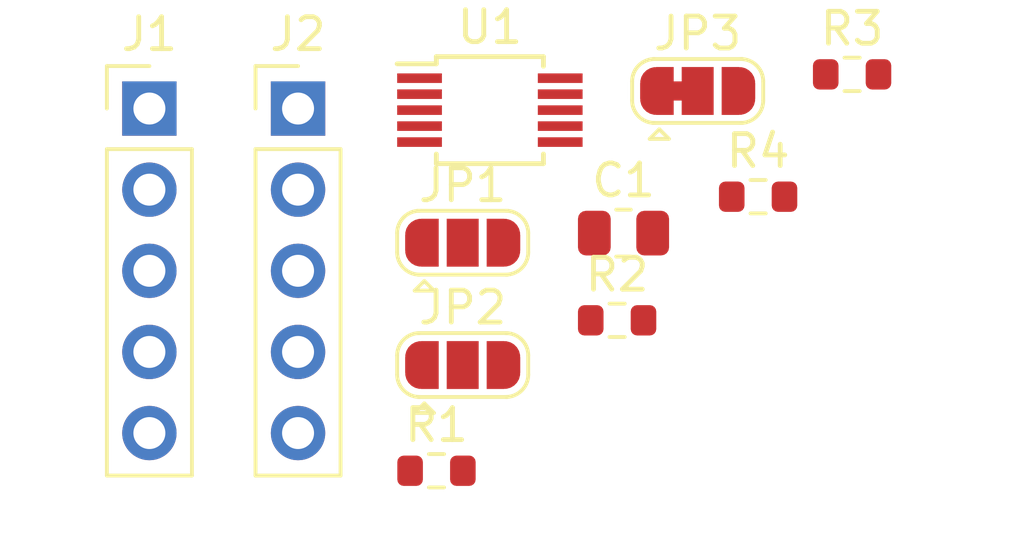
<source format=kicad_pcb>
(kicad_pcb (version 20211014) (generator pcbnew)
  (layers (0 "F.Cu" signal) (31 "B.Cu" signal) (34 "B.Paste" user) (35 "F.Paste" user) (36 "B.SilkS" user "B.Silkscreen") (37 "F.SilkS" user "F.Silkscreen") (38 "B.Mask" user) (39 "F.Mask" user) (44 "Edge.Cuts" user))
  (net 0 "")
  (net 1 "+3V3")
  (net 2 "GND")
  (net 3 "Net-(R1-Pad1)")
  (net 4 "SCL")
  (net 5 "Net-(R2-Pad1)")
  (net 6 "SDA")
  (net 7 "Net-(JP2-Pad1)")
  (net 9 "Net-(U1-Pad1)")
  (net 10 "Net-(U1-Pad2)")
  (net 11 "Net-(U1-Pad3)")
  (net 12 "Net-(U1-Pad6)")
  (net 13 "ADD")
  (footprint "Resistor_SMD:R_0805_2012Metric" (layer "F.Cu") (at 152.951401 100.009801)
    (fp_text reference "C1" (at 0 -1.65) (layer "F.SilkS"))
    (fp_text value "0.1uF")
    (fp_line (start -0.227064 -0.735) (end 0.227064 -0.735) (layer "F.SilkS") (width 0.12))
    (fp_line (start -0.227064 0.735) (end 0.227064 0.735) (layer "F.SilkS") (width 0.12))
    (pad "1" smd roundrect locked (at -0.9125 0) (size 1.025 1.4) (layers "F.Cu" "F.Paste" "F.Mask") (roundrect_rratio 0.243902) (net 1 "+3V3"))
    (pad "2" smd roundrect locked (at 0.9125 0) (size 1.025 1.4) (layers "F.Cu" "F.Paste" "F.Mask") (roundrect_rratio 0.243902) (net 2 "GND"))
  )
  (footprint "Connector_PinHeader_2.54mm:PinHeader_1x05_P2.54mm_Vertical" (layer "F.Cu") (at 138.121401 96.109801)
    (fp_text reference "J1" (at 0 -2.33) (layer "F.SilkS"))
    (fp_text value "Conn_01x05")
    (fp_line (start -1.33 1.27) (end 1.33 1.27) (layer "F.SilkS") (width 0.12))
    (fp_line (start -1.33 11.49) (end 1.33 11.49) (layer "F.SilkS") (width 0.12))
    (fp_line (start -1.33 1.27) (end -1.33 11.49) (layer "F.SilkS") (width 0.12))
    (fp_line (start -1.33 -1.33) (end 0 -1.33) (layer "F.SilkS") (width 0.12))
    (fp_line (start 1.33 1.27) (end 1.33 11.49) (layer "F.SilkS") (width 0.12))
    (fp_line (start -1.33 0) (end -1.33 -1.33) (layer "F.SilkS") (width 0.12))
    (pad "1" thru_hole rect locked (at 0 0) (size 1.7 1.7) (drill 1) (layers *.Cu *.Mask) (net 9 "Net-(U1-Pad1)"))
    (pad "2" thru_hole oval locked (at 0 2.54) (size 1.7 1.7) (drill 1) (layers *.Cu *.Mask) (net 10 "Net-(U1-Pad2)"))
    (pad "3" thru_hole oval locked (at 0 5.08) (size 1.7 1.7) (drill 1) (layers *.Cu *.Mask) (net 11 "Net-(U1-Pad3)"))
    (pad "4" thru_hole oval locked (at 0 7.62) (size 1.7 1.7) (drill 1) (layers *.Cu *.Mask))
    (pad "5" thru_hole oval locked (at 0 10.16) (size 1.7 1.7) (drill 1) (layers *.Cu *.Mask) (net 2 "GND"))
  )
  (footprint "Connector_PinHeader_2.54mm:PinHeader_1x05_P2.54mm_Vertical" (layer "F.Cu") (at 142.771401 96.109801)
    (fp_text reference "J2" (at 0 -2.33) (layer "F.SilkS"))
    (fp_text value "Conn_01x05")
    (fp_line (start -1.33 0) (end -1.33 -1.33) (layer "F.SilkS") (width 0.12))
    (fp_line (start -1.33 1.27) (end -1.33 11.49) (layer "F.SilkS") (width 0.12))
    (fp_line (start -1.33 1.27) (end 1.33 1.27) (layer "F.SilkS") (width 0.12))
    (fp_line (start 1.33 1.27) (end 1.33 11.49) (layer "F.SilkS") (width 0.12))
    (fp_line (start -1.33 11.49) (end 1.33 11.49) (layer "F.SilkS") (width 0.12))
    (fp_line (start -1.33 -1.33) (end 0 -1.33) (layer "F.SilkS") (width 0.12))
    (pad "1" thru_hole rect locked (at 0 0) (size 1.7 1.7) (drill 1) (layers *.Cu *.Mask) (net 12 "Net-(U1-Pad6)"))
    (pad "2" thru_hole oval locked (at 0 2.54) (size 1.7 1.7) (drill 1) (layers *.Cu *.Mask) (net 13 "ADD"))
    (pad "3" thru_hole oval locked (at 0 5.08) (size 1.7 1.7) (drill 1) (layers *.Cu *.Mask) (net 6 "SDA"))
    (pad "4" thru_hole oval locked (at 0 7.62) (size 1.7 1.7) (drill 1) (layers *.Cu *.Mask) (net 4 "SCL"))
    (pad "5" thru_hole oval locked (at 0 10.16) (size 1.7 1.7) (drill 1) (layers *.Cu *.Mask) (net 1 "+3V3"))
  )
  (footprint "Jumper:SolderJumper-3_P1.3mm_Open_RoundedPad1.0x1.5mm" (layer "F.Cu") (at 147.921401 100.309801)
    (fp_text reference "JP1" (at 0 -1.8) (layer "F.SilkS"))
    (fp_text value "SolderJumper_3_Open")
    (fp_line (start -1.2 1.2) (end -1.5 1.5) (layer "F.SilkS") (width 0.12))
    (fp_line (start -1.4 -1) (end 1.4 -1) (layer "F.SilkS") (width 0.12))
    (fp_line (start -2.05 0.3) (end -2.05 -0.3) (layer "F.SilkS") (width 0.12))
    (fp_line (start -1.5 1.5) (end -0.9 1.5) (layer "F.SilkS") (width 0.12))
    (fp_line (start -1.2 1.2) (end -0.9 1.5) (layer "F.SilkS") (width 0.12))
    (fp_line (start 2.05 -0.3) (end 2.05 0.3) (layer "F.SilkS") (width 0.12))
    (fp_line (start 1.4 1) (end -1.4 1) (layer "F.SilkS") (width 0.12))
    (fp_arc (start -1.35 1) (mid -1.844975 0.794975) (end -2.05 0.3) (layer "F.SilkS") (width 0.12))
    (fp_arc (start 1.35 -1) (mid 1.844975 -0.794975) (end 2.05 -0.3) (layer "F.SilkS") (width 0.12))
    (fp_arc (start 2.05 0.3) (mid 1.844975 0.794975) (end 1.35 1) (layer "F.SilkS") (width 0.12))
    (fp_arc (start -2.05 -0.3) (mid -1.844975 -0.794975) (end -1.35 -1) (layer "F.SilkS") (width 0.12))
    (pad "1" smd custom locked (at -1.3 0) (size 1 0.5) (layers "F.Cu" "F.Mask") (net 5 "Net-(R2-Pad1)") (options (clearance outline) (anchor rect)) (primitives (gr_circle (center 0 0.25) (end 0.5 0.25) (width 0) (fill yes)) (gr_circle (center 0 -0.25) (end 0.5 -0.25) (width 0) (fill yes)) (gr_poly (pts (xy 0.55 -0.75) (xy 0 -0.75) (xy 0 0.75) (xy 0.55 0.75)) (width 0) (fill yes))))
    (pad "2" smd rect locked (at 0 0) (size 1 1.5) (layers "F.Cu" "F.Mask") (net 1 "+3V3"))
    (pad "3" smd custom locked (at 1.3 0) (size 1 0.5) (layers "F.Cu" "F.Mask") (net 3 "Net-(R1-Pad1)") (options (clearance outline) (anchor rect)) (primitives (gr_circle (center 0 0.25) (end 0.5 0.25) (width 0) (fill yes)) (gr_circle (center 0 -0.25) (end 0.5 -0.25) (width 0) (fill yes)) (gr_poly (pts (xy -0.55 -0.75) (xy 0 -0.75) (xy 0 0.75) (xy -0.55 0.75)) (width 0) (fill yes))))
  )
  (footprint "Jumper:SolderJumper-3_P1.3mm_Open_RoundedPad1.0x1.5mm" (layer "F.Cu") (at 147.921401 104.139801)
    (fp_text reference "JP2" (at 0 -1.8) (layer "F.SilkS"))
    (fp_text value "SolderJumper_3_Open")
    (fp_line (start -2.05 0.3) (end -2.05 -0.3) (layer "F.SilkS") (width 0.12))
    (fp_line (start -1.2 1.2) (end -1.5 1.5) (layer "F.SilkS") (width 0.12))
    (fp_line (start 1.4 1) (end -1.4 1) (layer "F.SilkS") (width 0.12))
    (fp_line (start 2.05 -0.3) (end 2.05 0.3) (layer "F.SilkS") (width 0.12))
    (fp_line (start -1.2 1.2) (end -0.9 1.5) (layer "F.SilkS") (width 0.12))
    (fp_line (start -1.5 1.5) (end -0.9 1.5) (layer "F.SilkS") (width 0.12))
    (fp_line (start -1.4 -1) (end 1.4 -1) (layer "F.SilkS") (width 0.12))
    (fp_arc (start -1.35 1) (mid -1.844975 0.794975) (end -2.05 0.3) (layer "F.SilkS") (width 0.12))
    (fp_arc (start 2.05 0.3) (mid 1.844975 0.794975) (end 1.35 1) (layer "F.SilkS") (width 0.12))
    (fp_arc (start 1.35 -1) (mid 1.844975 -0.794975) (end 2.05 -0.3) (layer "F.SilkS") (width 0.12))
    (fp_arc (start -2.05 -0.3) (mid -1.844975 -0.794975) (end -1.35 -1) (layer "F.SilkS") (width 0.12))
    (pad "1" smd custom locked (at -1.3 0) (size 1 0.5) (layers "F.Cu" "F.Mask") (net 7 "Net-(JP2-Pad1)") (options (clearance outline) (anchor rect)) (primitives (gr_circle (center 0 0.25) (end 0.5 0.25) (width 0) (fill yes)) (gr_circle (center 0 -0.25) (end 0.5 -0.25) (width 0) (fill yes)) (gr_poly (pts (xy 0.55 -0.75) (xy 0 -0.75) (xy 0 0.75) (xy 0.55 0.75)) (width 0) (fill yes))))
    (pad "2" smd rect locked (at 0 0) (size 1 1.5) (layers "F.Cu" "F.Mask") (net 13 "ADD"))
    (pad "3" smd custom locked (at 1.3 0) (size 1 0.5) (layers "F.Cu" "F.Mask") (net 4 "SCL") (options (clearance outline) (anchor rect)) (primitives (gr_circle (center 0 0.25) (end 0.5 0.25) (width 0) (fill yes)) (gr_circle (center 0 -0.25) (end 0.5 -0.25) (width 0) (fill yes)) (gr_poly (pts (xy -0.55 -0.75) (xy 0 -0.75) (xy 0 0.75) (xy -0.55 0.75)) (width 0) (fill yes))))
  )
  (footprint "Jumper:SolderJumper-3_P1.3mm_Bridged12_RoundedPad1.0x1.5mm" (layer "F.Cu") (at 155.271401 95.559801)
    (fp_text reference "JP3" (at 0 -1.8) (layer "F.SilkS"))
    (fp_text value "SolderJumper_3_Bridged12")
    (fp_poly (pts (xy -0.9 -0.3) (xy -0.4 -0.3) (xy -0.4 0.3) (xy -0.9 0.3)) (layer "F.Cu") (width 0) (fill solid))
    (fp_line (start -2.05 0.3) (end -2.05 -0.3) (layer "F.SilkS") (width 0.12))
    (fp_line (start 1.4 1) (end -1.4 1) (layer "F.SilkS") (width 0.12))
    (fp_line (start -1.2 1.2) (end -0.9 1.5) (layer "F.SilkS") (width 0.12))
    (fp_line (start -1.5 1.5) (end -0.9 1.5) (layer "F.SilkS") (width 0.12))
    (fp_line (start -1.2 1.2) (end -1.5 1.5) (layer "F.SilkS") (width 0.12))
    (fp_line (start 2.05 -0.3) (end 2.05 0.3) (layer "F.SilkS") (width 0.12))
    (fp_line (start -1.4 -1) (end 1.4 -1) (layer "F.SilkS") (width 0.12))
    (fp_arc (start 1.35 -1) (mid 1.844975 -0.794975) (end 2.05 -0.3) (layer "F.SilkS") (width 0.12))
    (fp_arc (start -1.35 1) (mid -1.844975 0.794975) (end -2.05 0.3) (layer "F.SilkS") (width 0.12))
    (fp_arc (start 2.05 0.3) (mid 1.844975 0.794975) (end 1.35 1) (layer "F.SilkS") (width 0.12))
    (fp_arc (start -2.05 -0.3) (mid -1.844975 -0.794975) (end -1.35 -1) (layer "F.SilkS") (width 0.12))
    (pad "1" smd custom locked (at -1.3 0) (size 1 0.5) (layers "F.Cu" "F.Mask") (net 6 "SDA") (options (clearance outline) (anchor rect)) (primitives (gr_circle (center 0 0.25) (end 0.5 0.25) (width 0) (fill yes)) (gr_circle (center 0 -0.25) (end 0.5 -0.25) (width 0) (fill yes)) (gr_poly (pts (xy 0.55 -0.75) (xy 0 -0.75) (xy 0 0.75) (xy 0.55 0.75)) (width 0) (fill yes))))
    (pad "2" smd rect locked (at 0 0) (size 1 1.5) (layers "F.Cu" "F.Mask") (net 13 "ADD"))
    (pad "3" smd custom locked (at 1.3 0) (size 1 0.5) (layers "F.Cu" "F.Mask") (net 2 "GND") (options (clearance outline) (anchor rect)) (primitives (gr_circle (center 0 0.25) (end 0.5 0.25) (width 0) (fill yes)) (gr_circle (center 0 -0.25) (end 0.5 -0.25) (width 0) (fill yes)) (gr_poly (pts (xy -0.55 -0.75) (xy 0 -0.75) (xy 0 0.75) (xy -0.55 0.75)) (width 0) (fill yes))))
  )
  (footprint "Resistor_SMD:R_0603_1608Metric" (layer "F.Cu") (at 147.101401 107.449801)
    (fp_text reference "R1" (at 0 -1.43) (layer "F.SilkS"))
    (fp_text value "4.7k")
    (fp_line (start -0.237258 0.5225) (end 0.237258 0.5225) (layer "F.SilkS") (width 0.12))
    (fp_line (start -0.237258 -0.5225) (end 0.237258 -0.5225) (layer "F.SilkS") (width 0.12))
    (pad "1" smd roundrect locked (at -0.825 0) (size 0.8 0.95) (layers "F.Cu" "F.Paste" "F.Mask") (net 3 "Net-(R1-Pad1)"))
    (pad "2" smd roundrect locked (at 0.825 0) (size 0.8 0.95) (layers "F.Cu" "F.Paste" "F.Mask") (net 4 "SCL"))
  )
  (footprint "Resistor_SMD:R_0603_1608Metric" (layer "F.Cu") (at 152.751401 102.739801)
    (fp_text reference "R2" (at 0 -1.43) (layer "F.SilkS"))
    (fp_text value "4.7k")
    (fp_line (start -0.237258 -0.5225) (end 0.237258 -0.5225) (layer "F.SilkS") (width 0.12))
    (fp_line (start -0.237258 0.5225) (end 0.237258 0.5225) (layer "F.SilkS") (width 0.12))
    (pad "1" smd roundrect locked (at -0.825 0) (size 0.8 0.95) (layers "F.Cu" "F.Paste" "F.Mask") (net 5 "Net-(R2-Pad1)"))
    (pad "2" smd roundrect locked (at 0.825 0) (size 0.8 0.95) (layers "F.Cu" "F.Paste" "F.Mask") (net 6 "SDA"))
  )
  (footprint "Resistor_SMD:R_0603_1608Metric" (layer "F.Cu") (at 160.101401 95.039801)
    (fp_text reference "R3" (at 0 -1.43) (layer "F.SilkS"))
    (fp_text value "10k")
    (fp_line (start -0.237258 -0.5225) (end 0.237258 -0.5225) (layer "F.SilkS") (width 0.12))
    (fp_line (start -0.237258 0.5225) (end 0.237258 0.5225) (layer "F.SilkS") (width 0.12))
    (pad "1" smd roundrect locked (at -0.825 0) (size 0.8 0.95) (layers "F.Cu" "F.Paste" "F.Mask") (net 1 "+3V3"))
    (pad "2" smd roundrect locked (at 0.825 0) (size 0.8 0.95) (layers "F.Cu" "F.Paste" "F.Mask"))
  )
  (footprint "Resistor_SMD:R_0603_1608Metric" (layer "F.Cu") (at 157.161401 98.869801)
    (fp_text reference "R4" (at 0 -1.43) (layer "F.SilkS"))
    (fp_text value "10k")
    (fp_line (start -0.237258 -0.5225) (end 0.237258 -0.5225) (layer "F.SilkS") (width 0.12))
    (fp_line (start -0.237258 0.5225) (end 0.237258 0.5225) (layer "F.SilkS") (width 0.12))
    (pad "1" smd roundrect locked (at -0.825 0) (size 0.8 0.95) (layers "F.Cu" "F.Paste" "F.Mask") (net 1 "+3V3"))
    (pad "2" smd roundrect locked (at 0.825 0) (size 0.8 0.95) (layers "F.Cu" "F.Paste" "F.Mask") (net 7 "Net-(JP2-Pad1)"))
  )
  (footprint "Package_SO:MSOP-10_3x3mm_P0.5mm" (layer "F.Cu") (at 148.771401 96.159801)
    (fp_text reference "U1" (at 0 -2.6) (layer "F.SilkS"))
    (fp_text value "MAX6683")
    (fp_line (start -1.675 -1.675) (end 1.675 -1.675) (layer "F.SilkS") (width 0.15))
    (fp_line (start 1.675 1.675) (end 1.675 1.375) (layer "F.SilkS") (width 0.15))
    (fp_line (start -1.675 1.675) (end -1.675 1.375) (layer "F.SilkS") (width 0.15))
    (fp_line (start 1.675 -1.675) (end 1.675 -1.375) (layer "F.SilkS") (width 0.15))
    (fp_line (start -1.675 -1.45) (end -2.9 -1.45) (layer "F.SilkS") (width 0.15))
    (fp_line (start -1.675 -1.675) (end -1.675 -1.45) (layer "F.SilkS") (width 0.15))
    (fp_line (start -1.675 1.675) (end 1.675 1.675) (layer "F.SilkS") (width 0.15))
    (pad "1" smd rect locked (at -2.2 -1) (size 1.4 0.3) (layers "F.Cu" "F.Paste" "F.Mask") (net 9 "Net-(U1-Pad1)"))
    (pad "2" smd rect locked (at -2.2 -0.5) (size 1.4 0.3) (layers "F.Cu" "F.Paste" "F.Mask") (net 10 "Net-(U1-Pad2)"))
    (pad "3" smd rect locked (at -2.2 0) (size 1.4 0.3) (layers "F.Cu" "F.Paste" "F.Mask") (net 11 "Net-(U1-Pad3)"))
    (pad "4" smd rect locked (at -2.2 0.5) (size 1.4 0.3) (layers "F.Cu" "F.Paste" "F.Mask"))
    (pad "5" smd rect locked (at -2.2 1) (size 1.4 0.3) (layers "F.Cu" "F.Paste" "F.Mask") (net 2 "GND"))
    (pad "6" smd rect locked (at 2.2 1) (size 1.4 0.3) (layers "F.Cu" "F.Paste" "F.Mask") (net 12 "Net-(U1-Pad6)"))
    (pad "7" smd rect locked (at 2.2 0.5) (size 1.4 0.3) (layers "F.Cu" "F.Paste" "F.Mask") (net 13 "ADD"))
    (pad "8" smd rect locked (at 2.2 0) (size 1.4 0.3) (layers "F.Cu" "F.Paste" "F.Mask") (net 6 "SDA"))
    (pad "9" smd rect locked (at 2.2 -0.5) (size 1.4 0.3) (layers "F.Cu" "F.Paste" "F.Mask") (net 4 "SCL"))
    (pad "10" smd rect locked (at 2.2 -1) (size 1.4 0.3) (layers "F.Cu" "F.Paste" "F.Mask") (net 1 "+3V3"))
  )
)
</source>
